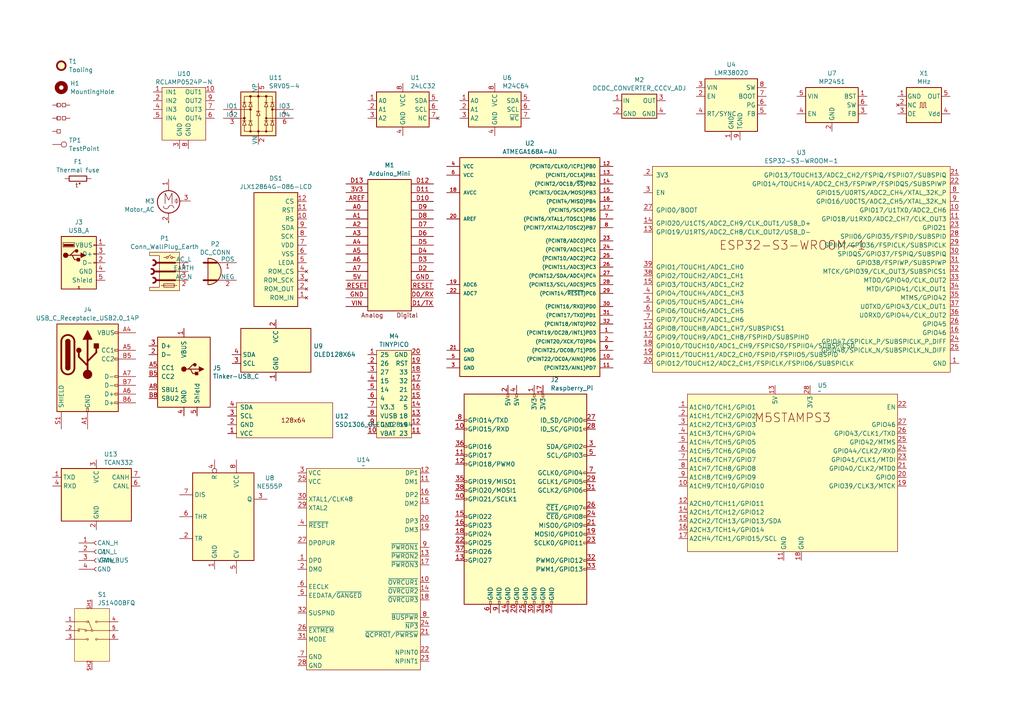
<source format=kicad_sch>
(kicad_sch (version 20231120) (generator "eeschema") (generator_version "8.0")
  (paper "A4")
  (lib_symbols
    (symbol "afork-kicad-parts:24LC32"
      (property "Reference" "U" (at -6.35 6.35 0))
      (property "Value" "24LC32" (at 1.27 6.35 0))
      (symbol "24LC32_1_1"
        (pin input line (at -10.16 2.54 0) (length 2.54) (name "A0") (number "1"))
        (pin input line (at -10.16 0 0) (length 2.54) (name "A1") (number "2"))
        (pin input line (at -10.16 -2.54 0) (length 2.54) (name "A2") (number "3"))
        (pin power_in line (at 0 -7.62 90) (length 2.54) (name "GND") (number "4"))
        (pin bidirectional line (at 10.16 2.54 180) (length 2.54) (name "SDA") (number "5"))
        (pin input line (at 10.16 0 180) (length 2.54) (name "SCL") (number "6"))
        (pin no_connect line (at 10.16 -2.54 180) (length 2.54) (name "NC") (number "7"))
        (pin power_in line (at 0 7.62 270) (length 2.54) (name "VCC") (number "8"))
      )
    )
    (symbol "afork-kicad-parts:ATMEGA168A-AU" (pin_names (offset 1.016))
      (property "Reference" "U" (at -19.05 31.75 0))
      (property "Value" "ATMEGA168A-AU" (at 10.16 -35.56 0))
      (symbol "ATMEGA168A-AU_1_1"
        (pin bidirectional line (at 25.4 -20.32 180) (length 3.81) (name "(PCINT19/OC2B/INT1)PD3") (number "1"))
        (pin bidirectional line (at 25.4 -27.94 180) (length 3.81) (name "(PCINT22/OC0A/AIN0)PD6") (number "10"))
        (pin bidirectional line (at 25.4 -30.48 180) (length 3.81) (name "(PCINT23/AIN1)PD7") (number "11"))
        (pin bidirectional line (at 25.4 27.94 180) (length 3.81) (name "(PCINT0/CLKO/ICP1)PB0") (number "12"))
        (pin bidirectional line (at 25.4 25.4 180) (length 3.81) (name "(PCINT1/OC1A)PB1") (number "13"))
        (pin bidirectional line (at 25.4 22.86 180) (length 3.81) (name "(PCINT2/OC1B/~{SS})PB2") (number "14"))
        (pin bidirectional line (at 25.4 20.32 180) (length 3.81) (name "(PCINT3/OC2A/MOSI)PB3") (number "15"))
        (pin bidirectional line (at 25.4 17.78 180) (length 3.81) (name "(PCINT4/MISO)PB4") (number "16"))
        (pin bidirectional line (at 25.4 15.24 180) (length 3.81) (name "(PCINT5/SCK)PB5") (number "17"))
        (pin power_in line (at -22.86 20.32 0) (length 3.81) (name "AVCC") (number "18"))
        (pin input line (at -22.86 -6.35 0) (length 3.81) (name "ADC6") (number "19"))
        (pin bidirectional line (at 25.4 -22.86 180) (length 3.81) (name "(PCINT20/XCK/T0)PD4") (number "2"))
        (pin bidirectional line (at -22.86 12.7 0) (length 3.81) (name "AREF") (number "20"))
        (pin power_in line (at -22.86 -25.4 0) (length 3.81) (name "GND") (number "21"))
        (pin input line (at -22.86 -8.89 0) (length 3.81) (name "ADC7") (number "22"))
        (pin bidirectional line (at 25.4 6.35 180) (length 3.81) (name "(PCINT8/ADC0)PC0") (number "23"))
        (pin bidirectional line (at 25.4 3.81 180) (length 3.81) (name "(PCINT9/ADC1)PC1") (number "24"))
        (pin bidirectional line (at 25.4 1.27 180) (length 3.81) (name "(PCINT10/ADC2)PC2") (number "25"))
        (pin bidirectional line (at 25.4 -1.27 180) (length 3.81) (name "(PCINT11/ADC3)PC3") (number "26"))
        (pin bidirectional line (at 25.4 -3.81 180) (length 3.81) (name "(PCINT12/SDA/ADC4)PC4") (number "27"))
        (pin bidirectional line (at 25.4 -6.35 180) (length 3.81) (name "(PCINT13/SCL/ADC5)PC5") (number "28"))
        (pin bidirectional line (at 25.4 -8.89 180) (length 3.81) (name "(PCINT14/~{RESET})PC6") (number "29"))
        (pin power_in line (at -22.86 -30.48 0) (length 3.81) (name "GND") (number "3"))
        (pin bidirectional line (at 25.4 -12.7 180) (length 3.81) (name "(PCINT16/RXD)PD0") (number "30"))
        (pin bidirectional line (at 25.4 -15.24 180) (length 3.81) (name "(PCINT17/TXD)PD1") (number "31"))
        (pin bidirectional line (at 25.4 -17.78 180) (length 3.81) (name "(PCINT18/INT0)PD2") (number "32"))
        (pin power_in line (at -22.86 27.94 0) (length 3.81) (name "VCC") (number "4"))
        (pin power_in line (at -22.86 -27.94 0) (length 3.81) (name "GND") (number "5"))
        (pin power_in line (at -22.86 25.4 0) (length 3.81) (name "VCC") (number "6"))
        (pin bidirectional line (at 25.4 12.7 180) (length 3.81) (name "(PCINT6/XTAL1/TOSC1)PB6") (number "7"))
        (pin bidirectional line (at 25.4 10.16 180) (length 3.81) (name "(PCINT7/XTAL2/TOSC2)PB7") (number "8"))
        (pin bidirectional line (at 25.4 -25.4 180) (length 3.81) (name "(PCINT21/OC0B/T1)PD5") (number "9"))
      )
    )
    (symbol "afork-kicad-parts:Arduino_Mini" (pin_names (offset 1.016) hide)
      (property "Reference" "M" (at 0 -20.32 0))
      (property "Value" "Arduino_Mini" (at 0 20.32 0))
      (symbol "Arduino_Mini_0_0"
        (text "Analog" (at -5.08 -20.32 0) (effects (font (size 1.27 1.27))))
        (text "Digital" (at 5.08 -20.32 0) (effects (font (size 1.27 1.27))))
      )
      (symbol "Arduino_Mini_1_1"
        (pin passive line (at -12.7 15.24 0) (length 6.35) (name "3V3") (number "3V3"))
        (pin passive line (at -12.7 -10.16 0) (length 6.35) (name "5V") (number "5V"))
        (pin passive line (at -12.7 10.16 0) (length 6.35) (name "A0") (number "A0"))
        (pin passive line (at -12.7 7.62 0) (length 6.35) (name "A1") (number "A1"))
        (pin passive line (at -12.7 5.08 0) (length 6.35) (name "A2") (number "A2"))
        (pin passive line (at -12.7 2.54 0) (length 6.35) (name "A3") (number "A3"))
        (pin passive line (at -12.7 0 0) (length 6.35) (name "A4") (number "A4"))
        (pin passive line (at -12.7 -2.54 0) (length 6.35) (name "A5") (number "A5"))
        (pin passive line (at -12.7 -5.08 0) (length 6.35) (name "A6") (number "A6"))
        (pin passive line (at -12.7 -7.62 0) (length 6.35) (name "A7") (number "A7"))
        (pin passive line (at -12.7 12.7 0) (length 6.35) (name "AREF") (number "AREF"))
        (pin passive line (at 12.7 -15.24 180) (length 6.35) (name "D0/RX") (number "D0/RX"))
        (pin passive line (at 12.7 -17.78 180) (length 6.35) (name "D1/TX") (number "D1/TX"))
        (pin passive line (at 12.7 12.7 180) (length 6.35) (name "D10") (number "D10"))
        (pin passive line (at 12.7 15.24 180) (length 6.35) (name "D11") (number "D11"))
        (pin passive line (at 12.7 17.78 180) (length 6.35) (name "D12") (number "D12"))
        (pin passive line (at -12.7 17.78 0) (length 6.35) (name "D13") (number "D13"))
        (pin passive line (at 12.7 -7.62 180) (length 6.35) (name "D2") (number "D2"))
        (pin passive line (at 12.7 -5.08 180) (length 6.35) (name "D3") (number "D3"))
        (pin passive line (at 12.7 -2.54 180) (length 6.35) (name "D4") (number "D4"))
        (pin passive line (at 12.7 0 180) (length 6.35) (name "D5") (number "D5"))
        (pin passive line (at 12.7 2.54 180) (length 6.35) (name "D6") (number "D6"))
        (pin passive line (at 12.7 5.08 180) (length 6.35) (name "D7") (number "D7"))
        (pin passive line (at 12.7 7.62 180) (length 6.35) (name "D8") (number "D8"))
        (pin passive line (at 12.7 10.16 180) (length 6.35) (name "D9") (number "D9"))
        (pin passive line (at -12.7 -15.24 0) (length 6.35) (name "GND") (number "GND"))
        (pin power_out line (at 12.7 -10.16 180) (length 6.35) (name "GND") (number "GND"))
        (pin passive line (at -12.7 -12.7 0) (length 6.35) (name "RESET") (number "RESET"))
        (pin passive line (at 12.7 -12.7 180) (length 6.35) (name "RESET") (number "RESET"))
        (pin passive line (at -12.7 -17.78 0) (length 6.35) (name "VIN") (number "VIN"))
      )
    )
    (symbol "afork-kicad-parts:CAN_BUS" (pin_names (offset 1.5))
      (property "Reference" "J" (at 0 5.08 0))
      (property "Value" "CAN_BUS" (at 0 -7.62 0))
      (symbol "CAN_BUS_1_1"
        (pin passive line (at -5.08 2.54 0) (length 3.81) (name "CAN_H") (number "1"))
        (pin passive line (at -5.08 0 0) (length 3.81) (name "CAN_L") (number "2"))
        (pin passive line (at -5.08 -2.54 0) (length 3.81) (name "VRAW") (number "3"))
        (pin passive line (at -5.08 -5.08 0) (length 3.81) (name "GND") (number "4"))
      )
    )
    (symbol "afork-kicad-parts:Conn_WallPlug_Earth" (pin_names (offset 0))
      (property "Reference" "P" (at 3.81 -7.366 0))
      (property "Value" "Conn_WallPlug_Earth" (at 5.842 5.842 0))
      (symbol "Conn_WallPlug_Earth_1_1"
        (pin power_out line (at 5.08 2.54 180) (length 2.54) (name "AC_L") (number "1"))
        (pin power_out line (at 5.08 -2.54 180) (length 2.54) (name "AC_N") (number "2"))
        (pin passive line (at 5.08 0 180) (length 2.54) (name "EARTH") (number "3"))
      )
    )
    (symbol "afork-kicad-parts:DCDC_CONVERTER_CCCV_ADJ" (pin_names (offset 0.254))
      (property "Reference" "M" (at -3.81 3.175 0))
      (property "Value" "DCDC_CONVERTER_CCCV_ADJ" (at 0 3.175 0))
      (symbol "DCDC_CONVERTER_CCCV_ADJ_1_1"
        (pin power_in line (at -7.62 0 0) (length 2.54) (name "IN") (number "1"))
        (pin power_in line (at -7.62 -3.81 0) (length 2.54) (name "GND") (number "2"))
        (pin power_out line (at 7.62 0 180) (length 2.54) (name "OUT") (number "3"))
        (pin power_in line (at 7.62 -3.81 180) (length 2.54) (name "GND") (number "4"))
      )
    )
    (symbol "afork-kicad-parts:DC_CONN" (pin_names (offset 0))
      (property "Reference" "P" (at -1.27 4.445 0))
      (property "Value" "DC_CONN" (at -5.715 0 90))
      (symbol "DC_CONN_1_1"
        (pin power_out line (at 5.08 2.54 180) (length 5.08) (name "POS") (number "1"))
        (pin power_out line (at 5.08 -2.54 180) (length 5.08) (name "NEG") (number "2"))
      )
    )
    (symbol "afork-kicad-parts:ESP32-S3-WROOM-1" (pin_names (offset 1.016))
      (property "Reference" "U" (at 43.18 -22.86 0))
      (property "Value" "ESP32-S3-WROOM-1" (at -11.43 39.37 0))
      (symbol "ESP32-S3-WROOM-1_0_0"
        (text "ESP32-S3-WROOM-1" (at -2.54 15.24 0) (effects (font (size 2.54 2.54))))
        (pin power_in line (at 45.72 -19.05 180) (length 2.54) (name "GND") (number "1"))
        (pin bidirectional line (at 45.72 25.4 180) (length 2.54) (name "GPIO17/U1TXD/ADC2_CH6") (number "10"))
        (pin bidirectional line (at 45.72 22.86 180) (length 2.54) (name "GPIO18/U1RXD/ADC2_CH7/CLK_OUT3") (number "11"))
        (pin bidirectional line (at -45.72 -8.89 0) (length 2.54) (name "GPIO8/TOUCH8/ADC1_CH7/SUBSPICS1") (number "12"))
        (pin bidirectional line (at -45.72 19.05 0) (length 2.54) (name "GPIO19/U1RTS/ADC2_CH8/CLK_OUT2/USB_D-") (number "13"))
        (pin bidirectional line (at -45.72 21.59 0) (length 2.54) (name "GPIO20/U1CTS/ADC2_CH9/CLK_OUT1/USB_D+") (number "14"))
        (pin bidirectional line (at -45.72 3.81 0) (length 2.54) (name "GPIO3/TOUCH3/ADC1_CH2") (number "15"))
        (pin bidirectional line (at 45.72 -10.16 180) (length 2.54) (name "GPIO46") (number "16"))
        (pin bidirectional line (at -45.72 -11.43 0) (length 2.54) (name "GPIO9/TOUCH9/ADC1_CH8/FSPIHD/SUBSPIHD") (number "17"))
        (pin bidirectional line (at -45.72 -13.97 0) (length 2.54) (name "GPIO10/TOUCH10/ADC1_CH9/FSPICS0/FSPIIO4/SUBSPICS0") (number "18"))
        (pin bidirectional line (at -45.72 -16.51 0) (length 2.54) (name "GPIO11/TOUCH11/ADC2_CH0/FSPID/FSPIIO5/SUBSPID") (number "19"))
        (pin power_in line (at -45.72 35.56 0) (length 2.54) (name "3V3") (number "2"))
        (pin bidirectional line (at -45.72 -19.05 0) (length 2.54) (name "GPIO12/TOUCH12/ADC2_CH1/FSPICLK/FSPIIO6/SUBSPICLK") (number "20"))
        (pin bidirectional line (at 45.72 35.56 180) (length 2.54) (name "GPIO13/TOUCH13/ADC2_CH2/FSPIQ/FSPIIO7/SUBSPIQ") (number "21"))
        (pin bidirectional line (at 45.72 33.02 180) (length 2.54) (name "GPIO14/TOUCH14/ADC2_CH3/FSPIWP/FSPIDQS/SUBSPIWP") (number "22"))
        (pin bidirectional line (at 45.72 20.32 180) (length 2.54) (name "GPIO21") (number "23"))
        (pin bidirectional line (at 45.72 -12.7 180) (length 2.54) (name "GPIO47/SPICLK_P/SUBSPICLK_P_DIFF") (number "24"))
        (pin bidirectional line (at 45.72 -15.24 180) (length 2.54) (name "GPIO48/SPICLK_N/SUBSPICLK_N_DIFF") (number "25"))
        (pin bidirectional line (at 45.72 -7.62 180) (length 2.54) (name "GPIO45") (number "26"))
        (pin bidirectional line (at -45.72 25.4 0) (length 2.54) (name "GPIO0/BOOT") (number "27"))
        (pin bidirectional line (at 45.72 17.78 180) (length 2.54) (name "SPIIO6/GPIO35/FSPID/SUBSPID") (number "28"))
        (pin bidirectional line (at 45.72 15.24 180) (length 2.54) (name "SPIIO7/GPIO36/FSPICLK/SUBSPICLK") (number "29"))
        (pin input line (at -45.72 30.48 0) (length 2.54) (name "EN") (number "3"))
        (pin bidirectional line (at 45.72 12.7 180) (length 2.54) (name "SPIDQS/GPIO37/FSPIQ/SUBSPIQ") (number "30"))
        (pin bidirectional line (at 45.72 10.16 180) (length 2.54) (name "GPIO38/FSPIWP/SUBSPIWP") (number "31"))
        (pin bidirectional line (at 45.72 7.62 180) (length 2.54) (name "MTCK/GPIO39/CLK_OUT3/SUBSPICS1") (number "32"))
        (pin bidirectional line (at 45.72 5.08 180) (length 2.54) (name "MTDO/GPIO40/CLK_OUT2") (number "33"))
        (pin bidirectional line (at 45.72 2.54 180) (length 2.54) (name "MTDI/GPIO41/CLK_OUT1") (number "34"))
        (pin bidirectional line (at 45.72 0 180) (length 2.54) (name "MTMS/GPIO42") (number "35"))
        (pin bidirectional line (at 45.72 -5.08 180) (length 2.54) (name "U0RXD/GPIO44/CLK_OUT2") (number "36"))
        (pin bidirectional line (at 45.72 -2.54 180) (length 2.54) (name "U0TXD/GPIO43/CLK_OUT1") (number "37"))
        (pin bidirectional line (at -45.72 6.35 0) (length 2.54) (name "GPIO2/TOUCH2/ADC1_CH1") (number "38"))
        (pin bidirectional line (at -45.72 8.89 0) (length 2.54) (name "GPIO1/TOUCH1/ADC1_CH0") (number "39"))
        (pin bidirectional line (at -45.72 1.27 0) (length 2.54) (name "GPIO4/TOUCH4/ADC1_CH3") (number "4"))
        (pin passive line (at 45.72 -19.05 180) (length 2.54) hide (name "GND") (number "40"))
        (pin passive line (at 45.72 -19.05 180) (length 2.54) hide (name "GND") (number "41"))
        (pin bidirectional line (at -45.72 -1.27 0) (length 2.54) (name "GPIO5/TOUCH5/ADC1_CH4") (number "5"))
        (pin bidirectional line (at -45.72 -3.81 0) (length 2.54) (name "GPIO6/TOUCH6/ADC1_CH5") (number "6"))
        (pin bidirectional line (at -45.72 -6.35 0) (length 2.54) (name "GPIO7/TOUCH7/ADC1_CH6") (number "7"))
        (pin bidirectional line (at 45.72 30.48 180) (length 2.54) (name "GPIO15/U0RTS/ADC2_CH4/XTAL_32K_P") (number "8"))
        (pin bidirectional line (at 45.72 27.94 180) (length 2.54) (name "GPIO16/U0CTS/ADC2_CH5/XTAL_32K_N") (number "9"))
      )
    )
    (symbol "afork-kicad-parts:JLX12864G-086-LCD" (pin_names (offset 1.016))
      (property "Reference" "DS" (at 5.08 -17.78 0))
      (property "Value" "JLX12864G-086-LCD" (at -0.635 18.415 0))
      (symbol "JLX12864G-086-LCD_1_1"
        (pin no_connect line (at 8.89 -13.97 180) (length 2.54) (name "ROM_IN") (number "1"))
        (pin input line (at 8.89 8.89 180) (length 2.54) (name "RS") (number "10"))
        (pin input line (at 8.89 11.43 180) (length 2.54) (name "RST") (number "11"))
        (pin input line (at 8.89 13.97 180) (length 2.54) (name "CS") (number "12"))
        (pin no_connect line (at 8.89 -11.43 180) (length 2.54) (name "ROM_OUT") (number "2"))
        (pin no_connect line (at 8.89 -8.89 180) (length 2.54) (name "ROM_SCK") (number "3"))
        (pin no_connect line (at 8.89 -6.35 180) (length 2.54) (name "ROM_CS") (number "4"))
        (pin input line (at 8.89 -3.81 180) (length 2.54) (name "LEDA") (number "5"))
        (pin power_in line (at 8.89 -1.27 180) (length 2.54) (name "VSS") (number "6"))
        (pin power_in line (at 8.89 1.27 180) (length 2.54) (name "VDD") (number "7"))
        (pin input line (at 8.89 3.81 180) (length 2.54) (name "SCK") (number "8"))
        (pin input line (at 8.89 6.35 180) (length 2.54) (name "SDA") (number "9"))
      )
    )
    (symbol "afork-kicad-parts:JS1400BFQ" (pin_names (offset 1.016))
      (property "Reference" "S" (at -5.0917 7.8885 0))
      (property "Value" "JS1400BFQ" (at -27.178 -1.27 0))
      (symbol "JS1400BFQ_0_0"
        (pin passive line (at -7.62 5.08 0) (length 2.54) (name "~") (number "1"))
        (pin passive line (at -7.62 2.54 0) (length 2.54) (name "~") (number "2"))
        (pin passive line (at -7.62 0 0) (length 2.54) (name "~") (number "3"))
        (pin passive line (at 7.62 5.08 180) (length 2.54) (name "~") (number "4"))
        (pin passive line (at 7.62 2.54 180) (length 2.54) (name "~") (number "5"))
        (pin passive line (at 7.62 0 180) (length 2.54) (name "~") (number "6"))
        (pin passive line (at 0 11.43 270) (length 2.54) (name "~") (number "SH1"))
      )
      (symbol "JS1400BFQ_1_0"
        (pin passive line (at 0 -8.89 90) (length 2.54) (name "~") (number "SH2"))
      )
    )
    (symbol "afork-kicad-parts:LMR38020"
      (property "Reference" "U" (at 7.62 -8.89 0))
      (property "Value" "LMR38020" (at 0 8.89 0))
      (symbol "LMR38020_1_1"
        (pin power_in line (at 0 -10.16 90) (length 2.54) (name "GND") (number "1"))
        (pin input line (at -10.16 2.54 0) (length 2.54) (name "EN") (number "2"))
        (pin power_in line (at -10.16 5.08 0) (length 2.54) (name "VIN") (number "3"))
        (pin input line (at -10.16 -2.54 0) (length 2.54) (name "RT/SYNC") (number "4"))
        (pin input line (at 10.16 -2.54 180) (length 2.54) (name "FB") (number "5"))
        (pin open_collector line (at 10.16 0 180) (length 2.54) (name "PG") (number "6"))
        (pin input line (at 10.16 2.54 180) (length 2.54) (name "BOOT") (number "7"))
        (pin power_out line (at 10.16 5.08 180) (length 2.54) (name "SW") (number "8"))
        (pin power_in line (at 2.54 -10.16 90) (length 2.54) (name "TGND") (number "9"))
      )
    )
    (symbol "afork-kicad-parts:M24C64"
      (property "Reference" "U" (at -6.35 6.35 0))
      (property "Value" "M24C64" (at 1.27 6.35 0))
      (symbol "M24C64_1_1"
        (pin input line (at -10.16 2.54 0) (length 2.54) (name "A0") (number "1"))
        (pin input line (at -10.16 0 0) (length 2.54) (name "A1") (number "2"))
        (pin input line (at -10.16 -2.54 0) (length 2.54) (name "A2") (number "3"))
        (pin power_in line (at 0 -7.62 90) (length 2.54) (name "GND") (number "4"))
        (pin bidirectional line (at 10.16 2.54 180) (length 2.54) (name "SDA") (number "5"))
        (pin input line (at 10.16 0 180) (length 2.54) (name "SCL") (number "6"))
        (pin passive line (at 10.16 -2.54 180) (length 2.54) (name "~{WC}") (number "7"))
        (pin power_in line (at 0 7.62 270) (length 2.54) (name "VCC") (number "8"))
      )
    )
    (symbol "afork-kicad-parts:M5STAMPS3"
      (property "Reference" "U" (at -48.26 -2.54 0))
      (symbol "M5STAMPS3_1_0"
        (text "M5STAMPS3\n" (at 0 29.972 0) (effects (font (size 2.54 2.54))))
      )
      (symbol "M5STAMPS3_1_1"
        (pin bidirectional line (at -33.02 33.02 0) (length 2.54) (name "A1CH0/TCH1/GPIO1") (number "1"))
        (pin bidirectional line (at -33.02 10.16 0) (length 2.54) (name "A1CH9/TCH10/GPIO10") (number "10"))
        (pin power_in line (at -2.54 -11.43 90) (length 2.54) (name "GND") (number "11"))
        (pin bidirectional line (at -33.02 5.08 0) (length 2.54) (name "A2CH0/TCH11/GPIO11") (number "12"))
        (pin power_in line (at -5.08 39.37 270) (length 2.54) (name "5V") (number "13"))
        (pin bidirectional line (at -33.02 2.54 0) (length 2.54) (name "A2CH1/TCH12/GPIO12") (number "14"))
        (pin bidirectional line (at -33.02 0 0) (length 2.54) (name "A2CH2/TCH13/GPIO13/SDA") (number "15"))
        (pin bidirectional line (at -33.02 -2.54 0) (length 2.54) (name "A2CH3/TCH14/GPIO14") (number "16"))
        (pin bidirectional line (at -33.02 -5.08 0) (length 2.54) (name "A2CH4/TCH1/GPIO15/SCL") (number "17"))
        (pin power_in line (at 2.54 -11.43 90) (length 2.54) (name "GND") (number "18"))
        (pin bidirectional line (at 33.02 10.16 180) (length 2.54) (name "GPIO39/CLK3/MTCK") (number "19"))
        (pin bidirectional line (at -33.02 30.48 0) (length 2.54) (name "A1CH1/TCH2/GPIO2") (number "2"))
        (pin bidirectional line (at 33.02 12.7 180) (length 2.54) (name "GPIO0") (number "20"))
        (pin bidirectional line (at 33.02 15.24 180) (length 2.54) (name "GPIO40/CLK2/MTD0") (number "21"))
        (pin input line (at 33.02 33.02 180) (length 2.54) (name "EN") (number "22"))
        (pin bidirectional line (at 33.02 17.78 180) (length 2.54) (name "GPIO41/CLK1/MTDI") (number "23"))
        (pin bidirectional line (at 33.02 20.32 180) (length 2.54) (name "GPIO44/CLK2/RXD") (number "24"))
        (pin bidirectional line (at 33.02 22.86 180) (length 2.54) (name "GPIO42/MTMS") (number "25"))
        (pin bidirectional line (at 33.02 25.4 180) (length 2.54) (name "GPIO43/CLK1/TXD") (number "26"))
        (pin bidirectional line (at 33.02 27.94 180) (length 2.54) (name "GPIO46") (number "27"))
        (pin power_in line (at 5.08 39.37 270) (length 2.54) (name "3V3") (number "28"))
        (pin bidirectional line (at -33.02 27.94 0) (length 2.54) (name "A1CH2/TCH3/GPIO3") (number "3"))
        (pin bidirectional line (at -33.02 25.4 0) (length 2.54) (name "A1CH3/TCH4/GPIO4") (number "4"))
        (pin bidirectional line (at -33.02 22.86 0) (length 2.54) (name "A1CH4/TCH5/GPIO5") (number "5"))
        (pin bidirectional line (at -33.02 20.32 0) (length 2.54) (name "A1CH5/TCH6/GPIO6") (number "6"))
        (pin bidirectional line (at -33.02 17.78 0) (length 2.54) (name "A1CH6/TCH7/GPIO7") (number "7"))
        (pin bidirectional line (at -33.02 15.24 0) (length 2.54) (name "A1CH7/TCH8/GPIO8") (number "8"))
        (pin bidirectional line (at -33.02 12.7 0) (length 2.54) (name "A1CH8/TCH9/GPIO9") (number "9"))
      )
    )
    (symbol "afork-kicad-parts:MP2451"
      (property "Reference" "U" (at 7.62 -6.35 0))
      (property "Value" "MP2451" (at -2.54 6.35 0))
      (symbol "MP2451_1_1"
        (pin input line (at 10.16 2.54 180) (length 2.54) (name "BST") (number "1"))
        (pin power_in line (at 0 -7.62 90) (length 2.54) (name "GND") (number "2"))
        (pin input line (at 10.16 -2.54 180) (length 2.54) (name "FB") (number "3"))
        (pin input line (at -10.16 -2.54 0) (length 2.54) (name "EN") (number "4"))
        (pin power_in line (at -10.16 2.54 0) (length 2.54) (name "VIN") (number "5"))
        (pin power_out line (at 10.16 0 180) (length 2.54) (name "SW") (number "6"))
      )
    )
    (symbol "afork-kicad-parts:Motor_AC" (pin_names (offset 0))
      (property "Reference" "M" (at 2.54 2.54 0))
      (property "Value" "Motor_AC" (at 2.54 -5.08 0))
      (symbol "Motor_AC_1_1"
        (pin passive line (at 0 5.08 270) (length 2.54) (name "~") (number "1"))
        (pin passive line (at 0 -7.62 90) (length 2.54) (name "~") (number "2"))
        (pin passive line (at 6.35 -1.27 180) (length 2.54) (name "~") (number "3"))
      )
    )
    (symbol "afork-kicad-parts:MountingHole" (pin_names (offset 1.016)) (in_bom no)
      (property "Reference" "H" (at 0 5.08 0))
      (property "Value" "MountingHole" (at 0 3.175 0))
    )
    (symbol "afork-kicad-parts:NE555P"
      (property "Reference" "U" (at 8.89 8.89 0))
      (property "Value" "NE555P" (at 5.08 -19.05 0))
      (symbol "NE555P_0_0"
        (pin power_in line (at -2.54 -20.32 90) (length 2.54) (name "GND") (number "1"))
        (pin power_in line (at 3.81 11.43 270) (length 3.81) (name "VCC") (number "8"))
      )
      (symbol "NE555P_1_1"
        (pin input line (at -12.7 -11.43 0) (length 3.81) (name "TR") (number "2"))
        (pin output line (at 12.7 0 180) (length 3.81) (name "Q") (number "3"))
        (pin input inverted (at -2.54 11.43 270) (length 3.81) (name "R") (number "4"))
        (pin input line (at 3.81 -21.59 90) (length 3.81) (name "CV") (number "5"))
        (pin input line (at -12.7 -5.08 0) (length 3.81) (name "THR") (number "6"))
        (pin input line (at -12.7 1.27 0) (length 3.81) (name "DIS") (number "7"))
      )
    )
    (symbol "afork-kicad-parts:OLED128X64"
      (property "Reference" "U" (at -8.89 6.35 0))
      (property "Value" "OLED128X64" (at 6.35 6.35 0))
      (symbol "OLED128X64_1_1"
        (pin power_in line (at 0 -10.16 90) (length 2.54) (name "GND") (number "1"))
        (pin power_in line (at 0 7.62 270) (length 2.54) (name "VCC") (number "2"))
        (pin input line (at -12.7 -5.08 0) (length 2.54) (name "SCL") (number "3"))
        (pin bidirectional line (at -12.7 -2.54 0) (length 2.54) (name "SDA") (number "4"))
      )
    )
    (symbol "afork-kicad-parts:Oscillator" (pin_names (offset 0.254))
      (property "Reference" "X" (at 5.334 -6.35 0))
      (property "Value" "MHz" (at -3.302 6.35 0))
      (symbol "Oscillator_1_1"
        (pin power_in line (at -7.62 2.54 0) (length 2.54) (name "GND") (number "1"))
        (pin no_connect line (at -7.62 0 0) (length 2.54) (name "NC") (number "2"))
        (pin input line (at -7.62 -2.54 0) (length 2.54) (name "OE") (number "3"))
        (pin power_in line (at 7.62 -2.54 180) (length 2.54) (name "Vdd") (number "4"))
        (pin output line (at 7.62 2.54 180) (length 2.54) (name "OUT") (number "5"))
      )
    )
    (symbol "afork-kicad-parts:PCB_Patch" (pin_numbers hide) (pin_names (offset 0.762) hide) (in_bom no)
      (symbol "PCB_Patch_1_1"
        (pin passive line (at -2.54 0 0) (length 1.27) (name "1") (number "1"))
        (pin passive line (at 2.54 0 180) (length 1.27) (name "2") (number "2"))
      )
    )
    (symbol "afork-kicad-parts:PCB_Patch-open" (pin_numbers hide) (pin_names (offset 0.762) hide) (in_bom no)
      (symbol "PCB_Patch-open_1_1"
        (pin passive line (at -2.54 0 0) (length 1.27) (name "1") (number "1"))
        (pin passive line (at 2.54 0 180) (length 1.27) (name "2") (number "2"))
      )
    )
    (symbol "afork-kicad-parts:PCB_Pin_Breakout" (pin_numbers hide) (pin_names (offset 0.762) hide) (in_bom no)
      (symbol "PCB_Pin_Breakout_1_1"
        (pin tri_state line (at -2.54 0 0) (length 1.27) (name "1") (number "1"))
      )
    )
    (symbol "afork-kicad-parts:RCLAMP0524P-N" (pin_names (offset 1.016))
      (property "Reference" "U" (at 6.35 -10.16 0))
      (property "Value" "RCLAMP0524P-N" (at 0 7.62 0))
      (symbol "RCLAMP0524P-N_1_1"
        (pin input line (at -8.89 5.08 0) (length 2.54) (name "IN1") (number "1"))
        (pin output line (at 8.89 5.08 180) (length 2.54) (name "OUT1") (number "10"))
        (pin input line (at -8.89 2.54 0) (length 2.54) (name "IN2") (number "2"))
        (pin power_in line (at -1.27 -11.43 90) (length 2.54) (name "GND") (number "3"))
        (pin input line (at -8.89 0 0) (length 2.54) (name "IN3") (number "4"))
        (pin input line (at -8.89 -2.54 0) (length 2.54) (name "IN4") (number "5"))
        (pin output line (at 8.89 -2.54 180) (length 2.54) (name "OUT4") (number "6"))
        (pin output line (at 8.89 0 180) (length 2.54) (name "OUT3") (number "7"))
        (pin power_in line (at 1.27 -11.43 90) (length 2.54) (name "GND") (number "8"))
        (pin output line (at 8.89 2.54 180) (length 2.54) (name "OUT2") (number "9"))
      )
    )
    (symbol "afork-kicad-parts:Raspberry_Pi" (pin_names (offset 1.016))
      (property "Reference" "J" (at -17.78 31.75 0))
      (property "Value" "Raspberry_Pi" (at 10.16 -31.75 0))
      (symbol "Raspberry_Pi_1_1"
        (pin power_out line (at 2.54 33.02 270) (length 2.54) (name "3V3") (number "1"))
        (pin bidirectional line (at -20.32 20.32 0) (length 2.54) (name "GPIO15/RXD") (number "10"))
        (pin bidirectional line (at -20.32 12.7 0) (length 2.54) (name "GPIO17") (number "11"))
        (pin bidirectional line (at -20.32 10.16 0) (length 2.54) (name "GPIO18/PWM0") (number "12"))
        (pin bidirectional line (at -20.32 -17.78 0) (length 2.54) (name "GPIO27") (number "13"))
        (pin power_in line (at -5.08 -33.02 90) (length 2.54) (name "GND") (number "14"))
        (pin bidirectional line (at -20.32 -5.08 0) (length 2.54) (name "GPIO22") (number "15"))
        (pin bidirectional line (at -20.32 -7.62 0) (length 2.54) (name "GPIO23") (number "16"))
        (pin power_out line (at 5.08 33.02 270) (length 2.54) (name "3V3") (number "17"))
        (pin bidirectional line (at -20.32 -10.16 0) (length 2.54) (name "GPIO24") (number "18"))
        (pin bidirectional line (at 20.32 -10.16 180) (length 2.54) (name "MOSI0/GPIO10") (number "19"))
        (pin power_in line (at -5.08 33.02 270) (length 2.54) (name "5V") (number "2"))
        (pin power_in line (at -2.54 -33.02 90) (length 2.54) (name "GND") (number "20"))
        (pin bidirectional line (at 20.32 -7.62 180) (length 2.54) (name "MISO0/GPIO9") (number "21"))
        (pin bidirectional line (at -20.32 -12.7 0) (length 2.54) (name "GPIO25") (number "22"))
        (pin bidirectional line (at 20.32 -12.7 180) (length 2.54) (name "SCLK0/GPIO11") (number "23"))
        (pin bidirectional line (at 20.32 -5.08 180) (length 2.54) (name "~{CE0}/GPIO8") (number "24"))
        (pin power_in line (at 0 -33.02 90) (length 2.54) (name "GND") (number "25"))
        (pin bidirectional line (at 20.32 -2.54 180) (length 2.54) (name "~{CE1}/GPIO7") (number "26"))
        (pin bidirectional line (at 20.32 22.86 180) (length 2.54) (name "ID_SD/GPIO0") (number "27"))
        (pin bidirectional line (at 20.32 20.32 180) (length 2.54) (name "ID_SC/GPIO1") (number "28"))
        (pin bidirectional line (at 20.32 5.08 180) (length 2.54) (name "GCLK1/GPIO5") (number "29"))
        (pin bidirectional line (at 20.32 15.24 180) (length 2.54) (name "SDA/GPIO2") (number "3"))
        (pin power_in line (at 2.54 -33.02 90) (length 2.54) (name "GND") (number "30"))
        (pin bidirectional line (at 20.32 2.54 180) (length 2.54) (name "GCLK2/GPIO6") (number "31"))
        (pin bidirectional line (at 20.32 -17.78 180) (length 2.54) (name "PWM0/GPIO12") (number "32"))
        (pin bidirectional line (at 20.32 -20.32 180) (length 2.54) (name "PWM1/GPIO13") (number "33"))
        (pin power_in line (at 5.08 -33.02 90) (length 2.54) (name "GND") (number "34"))
        (pin bidirectional line (at -20.32 5.08 0) (length 2.54) (name "GPIO19/MISO1") (number "35"))
        (pin bidirectional line (at -20.32 15.24 0) (length 2.54) (name "GPIO16") (number "36"))
        (pin bidirectional line (at -20.32 -15.24 0) (length 2.54) (name "GPIO26") (number "37"))
        (pin bidirectional line (at -20.32 2.54 0) (length 2.54) (name "GPIO20/MOSI1") (number "38"))
        (pin power_in line (at 7.62 -33.02 90) (length 2.54) (name "GND") (number "39"))
        (pin power_in line (at -2.54 33.02 270) (length 2.54) (name "5V") (number "4"))
        (pin bidirectional line (at -20.32 0 0) (length 2.54) (name "GPIO21/SCLK1") (number "40"))
        (pin bidirectional line (at 20.32 12.7 180) (length 2.54) (name "SCL/GPIO3") (number "5"))
        (pin power_in line (at -10.16 -33.02 90) (length 2.54) (name "GND") (number "6"))
        (pin bidirectional line (at 20.32 7.62 180) (length 2.54) (name "GCLK0/GPIO4") (number "7"))
        (pin bidirectional line (at -20.32 22.86 0) (length 2.54) (name "GPIO14/TXD") (number "8"))
        (pin power_in line (at -7.62 -33.02 90) (length 2.54) (name "GND") (number "9"))
      )
    )
    (symbol "afork-kicad-parts:SRV05-4" (pin_names (offset 0))
      (property "Reference" "U" (at 5.334 -7.874 0))
      (property "Value" "SRV05-4" (at -11.43 -7.874 0))
      (symbol "SRV05-4_1_1"
        (pin passive line (at -10.16 1.27 0) (length 5.08) (name "IO1") (number "1"))
        (pin passive line (at 0 -8.89 90) (length 2.54) (name "VN") (number "2"))
        (pin passive line (at -10.16 -1.27 0) (length 5.08) (name "IO2") (number "3"))
        (pin passive line (at 10.16 1.27 180) (length 5.08) (name "IO3") (number "4"))
        (pin passive line (at 0 8.89 270) (length 2.54) (name "VP") (number "5"))
        (pin passive line (at 10.16 -1.27 180) (length 5.08) (name "IO4") (number "6"))
      )
    )
    (symbol "afork-kicad-parts:SSD1306_OLED_128x64" (pin_names (offset 1.016))
      (property "Reference" "U" (at 1.27 8.89 0))
      (property "Value" "SSD1306_OLED_128x64" (at 1.27 -6.35 0))
      (symbol "SSD1306_OLED_128x64_0_0"
        (text "128x64" (at 3.81 1.27 0) (effects (font (size 1.27 1.27))))
      )
      (symbol "SSD1306_OLED_128x64_1_1"
        (pin power_in line (at -15.24 -2.54 0) (length 2.54) (name "VCC") (number "1"))
        (pin passive line (at -15.24 0 0) (length 2.54) (name "GND") (number "2"))
        (pin input line (at -15.24 2.54 0) (length 2.54) (name "SCL") (number "3"))
        (pin input line (at -15.24 5.08 0) (length 2.54) (name "SDA") (number "4"))
      )
    )
    (symbol "afork-kicad-parts:TCAN332"
      (property "Reference" "U" (at -10.16 8.89 0))
      (property "Value" "TCAN332" (at 2.54 8.89 0))
      (symbol "TCAN332_1_1"
        (pin input line (at -12.7 5.08 0) (length 2.54) (name "TXD") (number "1"))
        (pin power_in line (at 0 -10.16 90) (length 2.54) (name "GND") (number "2"))
        (pin power_in line (at 0 10.16 270) (length 2.54) (name "VCC") (number "3"))
        (pin tri_state line (at -12.7 2.54 0) (length 2.54) (name "RXD") (number "4"))
        (pin no_connect line (at -10.16 -2.54 0) (length 2.54) hide (name "NC") (number "5"))
        (pin bidirectional line (at 12.7 2.54 180) (length 2.54) (name "CANL") (number "6"))
        (pin bidirectional line (at 12.7 5.08 180) (length 2.54) (name "CANH") (number "7"))
        (pin no_connect line (at -10.16 -5.08 0) (length 2.54) hide (name "NC") (number "8"))
      )
    )
    (symbol "afork-kicad-parts:TINYPICO" (pin_names (offset 1.016))
      (property "Reference" "M?" (at 12.954 -25.4 0))
      (property "Value" "TINYPICO" (at 7.366 2.286 0))
      (symbol "TINYPICO_1_1"
        (pin bidirectional line (at 0 0 0) (length 2.54) (name "25") (number "1"))
        (pin power_in line (at 0 -22.86 0) (length 2.54) (name "VBAT") (number "10"))
        (pin bidirectional line (at 15.24 -22.86 180) (length 2.54) (name "23") (number "11"))
        (pin bidirectional line (at 15.24 -20.32 180) (length 2.54) (name "19") (number "12"))
        (pin bidirectional line (at 15.24 -17.78 180) (length 2.54) (name "18") (number "13"))
        (pin bidirectional line (at 15.24 -15.24 180) (length 2.54) (name "5") (number "14"))
        (pin bidirectional line (at 15.24 -12.7 180) (length 2.54) (name "22") (number "15"))
        (pin bidirectional line (at 15.24 -10.16 180) (length 2.54) (name "21") (number "16"))
        (pin bidirectional line (at 15.24 -7.62 180) (length 2.54) (name "32") (number "17"))
        (pin bidirectional line (at 15.24 -5.08 180) (length 2.54) (name "33") (number "18"))
        (pin input line (at 15.24 -2.54 180) (length 2.54) (name "RST") (number "19"))
        (pin bidirectional line (at 0 -2.54 0) (length 2.54) (name "26") (number "2"))
        (pin power_in line (at 15.24 0 180) (length 2.54) (name "GND") (number "20"))
        (pin bidirectional line (at 0 -5.08 0) (length 2.54) (name "27") (number "3"))
        (pin bidirectional line (at 0 -7.62 0) (length 2.54) (name "15") (number "4"))
        (pin bidirectional line (at 0 -10.16 0) (length 2.54) (name "14") (number "5"))
        (pin bidirectional line (at 0 -12.7 0) (length 2.54) (name "4") (number "6"))
        (pin power_in line (at 0 -15.24 0) (length 2.54) (name "V3.3") (number "7"))
        (pin power_in line (at 0 -17.78 0) (length 2.54) (name "VUSB") (number "8"))
        (pin power_in line (at 0 -20.32 0) (length 2.54) (name "GND") (number "9"))
      )
    )
    (symbol "afork-kicad-parts:TUSB2036VF"
      (property "Reference" "U" (at 0 0 0))
      (symbol "TUSB2036VF_1_1"
        (pin power_in line (at -19.05 -17.78 0) (length 2.54) (name "DP0") (number "1"))
        (pin output line (at 19.05 -24.13 180) (length 2.54) (name "~{OVRCUR1}") (number "10"))
        (pin bidirectional line (at 19.05 5.08 180) (length 2.54) (name "DM1") (number "11"))
        (pin bidirectional line (at 19.05 7.62 180) (length 2.54) (name "DP1") (number "12"))
        (pin output line (at 19.05 -16.51 180) (length 2.54) (name "~{PWRON2}") (number "13"))
        (pin output line (at 19.05 -26.67 180) (length 2.54) (name "~{OVRCUR2}") (number "14"))
        (pin bidirectional line (at 19.05 -1.27 180) (length 2.54) (name "DM2") (number "15"))
        (pin bidirectional line (at 19.05 1.27 180) (length 2.54) (name "DP2") (number "16"))
        (pin output line (at 19.05 -19.05 180) (length 2.54) (name "~{PWRON3}") (number "17"))
        (pin output line (at 19.05 -29.21 180) (length 2.54) (name "~{OVRCUR3}") (number "18"))
        (pin bidirectional line (at 19.05 -8.89 180) (length 2.54) (name "DM3") (number "19"))
        (pin power_in line (at -19.05 -20.32 0) (length 2.54) (name "DM0") (number "2"))
        (pin bidirectional line (at 19.05 -6.35 180) (length 2.54) (name "DP3") (number "20"))
        (pin input line (at 19.05 -39.37 180) (length 2.54) (name "~{QCPROT}/~{PWRSW}") (number "21"))
        (pin input line (at 19.05 -44.45 180) (length 2.54) (name "NPINT0") (number "22"))
        (pin input line (at 19.05 -46.99 180) (length 2.54) (name "NPINT1") (number "23"))
        (pin input line (at 19.05 -36.83 180) (length 2.54) (name "~{NP3}") (number "24"))
        (pin power_in line (at -19.05 5.08 0) (length 2.54) (name "VCC") (number "25"))
        (pin input line (at -19.05 -38.1 0) (length 2.54) (name "~{EXTMEM}") (number "26"))
        (pin input line (at -19.05 -12.7 0) (length 2.54) (name "DP0PUR") (number "27"))
        (pin power_in line (at -19.05 -48.26 0) (length 2.54) (name "GND") (number "28"))
        (pin output line (at -19.05 -2.54 0) (length 2.54) (name "XTAL2") (number "29"))
        (pin power_in line (at -19.05 7.62 0) (length 2.54) (name "VCC") (number "3"))
        (pin input line (at -19.05 0 0) (length 2.54) (name "XTAL1/CLK48") (number "30"))
        (pin input line (at -19.05 -40.64 0) (length 2.54) (name "MODE") (number "31"))
        (pin input line (at -19.05 -33.02 0) (length 2.54) (name "SUSPND") (number "32"))
        (pin input line (at -19.05 -7.62 0) (length 2.54) (name "~{RESET}") (number "4"))
        (pin bidirectional line (at -19.05 -27.94 0) (length 2.54) (name "EEDATA/~{GANGED}") (number "5"))
        (pin output line (at -19.05 -25.4 0) (length 2.54) (name "EECLK") (number "6"))
        (pin power_in line (at -19.05 -45.72 0) (length 2.54) (name "GND") (number "7"))
        (pin input line (at 19.05 -34.29 180) (length 2.54) (name "~{BUSPWR}") (number "8"))
        (pin output line (at 19.05 -13.97 180) (length 2.54) (name "~{PWRON1}") (number "9"))
      )
    )
    (symbol "afork-kicad-parts:TestPoint" (pin_numbers hide) (pin_names (offset 0.762) hide)
      (property "Reference" "TP" (at 5.334 0 0))
      (property "Value" "TestPoint" (at 7.62 0 0))
      (symbol "TestPoint_1_1"
        (pin passive line (at 0 0 0) (length 2.54) (name "1") (number "1"))
      )
    )
    (symbol "afork-kicad-parts:Thermal fuse" (pin_numbers hide) (pin_names (offset 0))
      (property "Reference" "F" (at 0.127 1.905 0))
      (property "Value" "Thermal fuse" (at 0 -3.302 0))
      (symbol "Thermal fuse_1_1"
        (text "t°" (at 0.254 -2.032 0) (effects (font (size 1.27 1.27))))
        (pin passive line (at -3.683 -0.127 0) (length 1.27) (name "~") (number "1"))
        (pin passive line (at 3.937 -0.127 180) (length 1.27) (name "~") (number "2"))
      )
    )
    (symbol "afork-kicad-parts:Tinker-USB_C" (pin_names (offset 1.016))
      (property "Reference" "J" (at -7.62 15.24 0))
      (property "Value" "Tinker-USB_C" (at -2.54 12.7 0))
      (symbol "Tinker-USB_C_1_1"
        (pin power_in line (at 0 12.7 270) (length 2.54) (name "VBUS") (number "1"))
        (pin bidirectional line (at -10.16 5.08 0) (length 2.54) (name "D-") (number "2"))
        (pin bidirectional line (at -10.16 7.62 0) (length 2.54) (name "D+") (number "3"))
        (pin power_in line (at 0 -12.7 90) (length 2.54) (name "GND") (number "4"))
        (pin passive line (at 3.81 -12.7 90) (length 2.54) (name "Shield") (number "5"))
        (pin bidirectional line (at -10.16 1.27 0) (length 2.54) (name "CC1") (number "A5"))
        (pin bidirectional line (at -10.16 -5.08 0) (length 2.54) (name "SBU1") (number "A8"))
        (pin bidirectional line (at -10.16 -1.27 0) (length 2.54) (name "CC2") (number "B5"))
        (pin bidirectional line (at -10.16 -7.62 0) (length 2.54) (name "SBU2") (number "B8"))
      )
    )
    (symbol "afork-kicad-parts:Tooling" (in_bom no)
      (property "Reference" "T" (at 0 2.54 0))
      (property "Value" "Tooling" (at 5.08 0 0))
    )
    (symbol "afork-kicad-parts:USB_A" (pin_names (offset 1.016))
      (property "Reference" "J" (at 5.08 -8.89 0))
      (property "Value" "USB_A" (at 0 8.89 0))
      (symbol "USB_A_1_1"
        (pin power_in line (at 7.62 5.08 180) (length 2.54) (name "VBUS") (number "1"))
        (pin bidirectional line (at 7.62 0 180) (length 2.54) (name "D-") (number "2"))
        (pin bidirectional line (at 7.62 2.54 180) (length 2.54) (name "D+") (number "3"))
        (pin power_in line (at 7.62 -2.54 180) (length 2.54) (name "GND") (number "4"))
        (pin passive line (at 7.62 -5.08 180) (length 2.54) (name "Shield") (number "5"))
      )
    )
    (symbol "afork-kicad-parts:USB_C_Receptacle_USB2.0_14P" (pin_names (offset 1.016))
      (property "Reference" "J" (at 0 22.225 0))
      (property "Value" "USB_C_Receptacle_USB2.0_14P" (at 0 19.685 0))
      (symbol "USB_C_Receptacle_USB2.0_14P_1_1"
        (pin passive line (at 0 -12.7 90) (length 5.08) (name "GND") (number "A1"))
        (pin passive line (at 0 -12.7 90) (length 5.08) hide (name "GND") (number "A12"))
        (pin passive line (at 13.97 15.24 180) (length 5.08) (name "VBUS") (number "A4"))
        (pin bidirectional line (at 13.97 10.16 180) (length 5.08) (name "CC1") (number "A5"))
        (pin bidirectional line (at 13.97 -2.54 180) (length 5.08) (name "D+") (number "A6"))
        (pin bidirectional line (at 13.97 2.54 180) (length 5.08) (name "D-") (number "A7"))
        (pin passive line (at 13.97 15.24 180) (length 5.08) hide (name "VBUS") (number "A9"))
        (pin passive line (at 0 -12.7 90) (length 5.08) hide (name "GND") (number "B1"))
        (pin passive line (at 0 -12.7 90) (length 5.08) hide (name "GND") (number "B12"))
        (pin passive line (at 13.97 15.24 180) (length 5.08) hide (name "VBUS") (number "B4"))
        (pin bidirectional line (at 13.97 7.62 180) (length 5.08) (name "CC2") (number "B5"))
        (pin bidirectional line (at 13.97 -5.08 180) (length 5.08) (name "D+") (number "B6"))
        (pin bidirectional line (at 13.97 0 180) (length 5.08) (name "D-") (number "B7"))
        (pin passive line (at 13.97 15.24 180) (length 5.08) hide (name "VBUS") (number "B9"))
        (pin passive line (at -7.62 -12.7 90) (length 5.08) (name "SHIELD") (number "S1"))
      )
    )
  )
  (symbol (lib_id "afork-kicad-parts:ATMEGA168A-AU") (at 152.4 76.2 0) (unit 1)
    (property "Reference" "U2" (at 153.67 41.5755 0))
    (property "Value" "ATMEGA168A-AU" (at 153.67 43.9998 0))
    (property "Footprint" "Package_QFP:TQFP-32_7x7mm_P0.8mm" (effects (hide yes)))
  )
  (symbol (lib_id "afork-kicad-parts:24LC32") (at 116.84 31.75 0) (unit 1)
    (property "Reference" "U1" (at 119.0341 22.5255 0) (effects (justify left)))
    (property "Value" "24LC32" (at 119.0341 24.9498 0) (effects (justify left)))
    (property "Datasheet" "http://ww1.microchip.com/downloads/en/DeviceDoc/21072G.pdf" (effects (hide yes)))
    (property "Description" "I2C Serial EEPROM, 32Kb, DIP-8/SOIC-8/TSSOP-8/DFN-8" (effects (hide yes)))
  )
  (symbol (lib_id "afork-kicad-parts:M5STAMPS3") (at 229.87 151.13 0) (unit 1)
    (property "Reference" "U5" (at 237.1441 111.7685 0) (effects (justify left)))
    (property "Value" "~" (at 237.1441 113.4499 0) (effects (justify left)))
    (property "Description" "Module M5Stack Stamp-S3" (effects (hide yes)))
  )
  (symbol (lib_id "afork-kicad-parts:TestPoint") (at 15.24 41.91 0) (unit 1)
    (property "Reference" "TP1" (at 19.939 40.6978 0) (effects (justify left)))
    (property "Value" "TestPoint" (at 19.939 43.1221 0) (effects (justify left)))
    (property "Description" "test point" (effects (hide yes)))
  )
  (symbol (lib_id "afork-kicad-parts:USB_A") (at 22.86 76.2 0) (unit 1)
    (property "Reference" "J3" (at 22.86 64.4355 0))
    (property "Value" "USB_A" (at 22.86 66.8598 0))
    (property "Datasheet" " ~" (effects (hide yes)))
    (property "Description" "USB Type A connector" (effects (hide yes)))
  )
  (symbol (lib_id "afork-kicad-parts:Raspberry_Pi") (at 152.4 144.78 0) (unit 1)
    (property "Reference" "J2" (at 159.6741 110.1555 0) (effects (justify left)))
    (property "Value" "Raspberry_Pi" (at 159.6741 112.5798 0) (effects (justify left)))
    (property "Datasheet" "https://www.raspberrypi.org/documentation/hardware/raspberrypi/schematics/rpi_SCH_3bplus_1p0_reduced.pdf" (effects (hide yes)))
  )
  (symbol (lib_id "afork-kicad-parts:ESP32-S3-WROOM-1") (at 232.41 86.36 0) (unit 1)
    (property "Reference" "U3" (at 232.41 44.2425 0))
    (property "Value" "ESP32-S3-WROOM-1" (at 232.41 46.6668 0))
    (property "Footprint" "RF_Module:ESP32-S3-WROOM-1" (effects (hide yes)))
    (property "Datasheet" "https://www.espressif.com/sites/default/files/documentation/esp32-s3-wroom-1_wroom-1u_datasheet_en.pdf" (effects (hide yes)))
    (property "Description" "2.4 GHz WiFi (802.11 b/g/n) and Bluetooth ® 5 (LE) module Built around ESP32S3 series of SoCs, Xtensa ® dualcore 32bit LX7 microprocessor Flash up to 16 MB, PSRAM up to 8 MB 36 GPIOs, rich set of peripherals Onboard PCB antenna" (effects (hide yes)))
  )
  (symbol (lib_id "afork-kicad-parts:PCB_Pin_Breakout") (at 17.78 38.1 0) (unit 1) (in_bom no)
    (property "Reference" "JP3" (effects (hide yes)))
    (property "Value" "PCB_Pin_Breakout" (effects (hide yes)))
    (property "Footprint" "TestPoint:TestPoint_Pad_1.0x1.0mm" (effects (hide yes)))
    (property "Description" "PCB pin breakout" (effects (hide yes)))
  )
  (symbol (lib_id "afork-kicad-parts:TUSB2036VF") (at 105.41 144.78 0) (unit 1)
    (property "Reference" "U14" (at 105.41 133.3585 0))
    (property "Value" "~" (at 105.41 135.0399 0))
  )
  (symbol (lib_id "afork-kicad-parts:TINYPICO") (at 106.68 102.87 0) (unit 1)
    (property "Reference" "M4" (at 114.3 97.5063 0))
    (property "Value" "TINYPICO" (at 114.3 99.9306 0))
    (property "Footprint" "TINYPICO:TINYPICO" (effects (hide yes)))
  )
  (symbol (lib_id "afork-kicad-parts:OLED128X64") (at 80.01 100.33 0) (unit 1)
    (property "Reference" "U9" (at 90.932 100.3878 0) (effects (justify left)))
    (property "Value" "OLED128X64" (at 90.932 102.8121 0) (effects (justify left)))
    (property "Description" "OLED SSD1306 128x64 I2C Display" (effects (hide yes)))
  )
  (symbol (lib_id "afork-kicad-parts:DC_CONN") (at 63.5 78.74 0) (unit 1)
    (property "Reference" "P2" (at 62.4205 70.7855 0))
    (property "Value" "DC_CONN" (at 62.4205 73.2098 0))
  )
  (symbol (lib_id "afork-kicad-parts:MountingHole") (at 17.78 25.4 0) (unit 1) (in_bom no)
    (property "Reference" "H1" (at 20.32 24.1878 0) (effects (justify left)))
    (property "Value" "MountingHole" (at 20.32 26.6121 0) (effects (justify left)))
    (property "Footprint" "ozhelm:MountingHole" (effects (hide yes)))
    (property "Description" "Mounting Hole without connection" (effects (hide yes)))
  )
  (symbol (lib_id "afork-kicad-parts:PCB_Patch-open") (at 17.78 34.29 0) (unit 1) (in_bom no)
    (property "Reference" "JP2" (effects (hide yes)))
    (property "Value" "PCB_Patch-open" (effects (hide yes)))
    (property "Footprint" "ozhelm:SolderJumper-2_P1.3mm_Open_Pad1.0x1.5mm" (effects (hide yes)))
    (property "Description" "Jumper, normally open, small symbol" (effects (hide yes)))
  )
  (symbol (lib_id "afork-kicad-parts:TCAN332") (at 27.94 143.51 0) (unit 1)
    (property "Reference" "U13" (at 30.1341 131.7455 0) (effects (justify left)))
    (property "Value" "TCAN332" (at 30.1341 134.1698 0) (effects (justify left)))
    (property "Datasheet" "http://www.ti.com/lit/ds/symlink/tcan337.pdf" (effects (hide yes)))
    (property "Description" "High-Speed CAN Transceiver, 1Mbps, 3.3V supply, SOT-23-8/SOIC-8" (effects (hide yes)))
  )
  (symbol (lib_id "afork-kicad-parts:Tinker-USB_C") (at 53.34 107.95 0) (unit 1)
    (property "Reference" "J5" (at 61.722 106.7378 0) (effects (justify left)))
    (property "Value" "Tinker-USB_C" (at 61.722 109.1621 0) (effects (justify left)))
    (property "Footprint" "afork-kicad-parts:Tinker-USB_C" (effects (hide yes)))
    (property "Datasheet" " ~" (effects (hide yes)))
    (property "Description" "USB Type C connector" (effects (hide yes)))
    (property "LCSC" "C2765186" (effects (hide yes)))
  )
  (symbol (lib_id "afork-kicad-parts:JLX12864G-086-LCD") (at 80.01 72.39 0) (unit 1)
    (property "Reference" "DS1" (at 80.01 51.7355 0))
    (property "Value" "JLX12864G-086-LCD" (at 80.01 54.1598 0))
    (property "Datasheet" "https://www.mikrocontroller.net/attachment/252515/JLX12864G-086.pdf" (effects (hide yes)))
  )
  (symbol (lib_id "afork-kicad-parts:LMR38020") (at 212.09 30.48 0) (unit 1)
    (property "Reference" "U4" (at 212.09 18.7155 0))
    (property "Value" "LMR38020" (at 212.09 21.1398 0))
    (property "Footprint" "Package_SO:Texas_HSOP-8-1EP_3.9x4.9mm_P1.27mm_ThermalVias" (effects (hide yes)))
  )
  (symbol (lib_id "afork-kicad-parts:DCDC_CONVERTER_CCCV_ADJ") (at 185.42 29.21 0) (unit 1)
    (property "Reference" "M2" (at 185.42 23.1605 0))
    (property "Value" "DCDC_CONVERTER_CCCV_ADJ" (at 185.42 25.5848 0))
    (property "Datasheet" "https://www.aliexpress.com/item/1084552308.html" (effects (hide yes)))
  )
  (symbol (lib_id "afork-kicad-parts:CAN_BUS") (at 27.94 160.02 0) (unit 1)
    (property "Reference" "J1" (at 28.6512 160.0778 0) (effects (justify left)))
    (property "Value" "CAN_BUS" (at 28.6512 162.5021 0) (effects (justify left)))
    (property "Description" "Generic connector, single row, 01x04, script generated" (effects (hide yes)))
  )
  (symbol (lib_id "afork-kicad-parts:Motor_AC") (at 48.895 57.023 0) (unit 1)
    (property "Reference" "M3" (at 44.8819 58.3508 0) (effects (justify right)))
    (property "Value" "Motor_AC" (at 44.8819 60.7751 0) (effects (justify right)))
    (property "Description" "AC Motor" (effects (hide yes)))
  )
  (symbol (lib_id "afork-kicad-parts:PCB_Patch") (at 17.78 30.48 0) (unit 1) (in_bom no)
    (property "Reference" "JP1" (effects (hide yes)))
    (property "Value" "PCB_Patch" (effects (hide yes)))
    (property "Footprint" "ozhelm:SolderJumper-2_P1.3mm_Bridged_Pad1.0x1.5mm" (effects (hide yes)))
    (property "Description" "Jumper, normally closed, small symbol" (effects (hide yes)))
  )
  (symbol (lib_id "afork-kicad-parts:Conn_WallPlug_Earth") (at 49.53 78.74 0) (unit 1)
    (property "Reference" "P1" (at 47.752 69.1345 0))
    (property "Value" "Conn_WallPlug_Earth" (at 47.752 71.5588 0))
    (property "Description" "3-pin general wall plug, with Earth wire (110VAC, 220VAC)" (effects (hide yes)))
  )
  (symbol (lib_id "afork-kicad-parts:SRV05-4") (at 74.93 33.02 0) (unit 1)
    (property "Reference" "U11" (at 77.9465 22.5255 0) (effects (justify left)))
    (property "Value" "SRV05-4" (at 77.9465 24.9498 0) (effects (justify left)))
    (property "Footprint" "Package_TO_SOT_SMD:SOT-23-6" (effects (hide yes)))
    (property "Datasheet" "http://www.onsemi.com/pub/Collateral/SRV05-4-D.PDF" (effects (hide yes)))
    (property "Description" "ESD Protection Diodes with Low Clamping Voltage, SOT-23-6" (effects (hide yes)))
  )
  (symbol (lib_id "afork-kicad-parts:Tooling") (at 17.78 19.05 0) (unit 1) (in_bom no)
    (property "Reference" "T1" (at 19.939 17.8378 0) (effects (justify left)))
    (property "Value" "Tooling" (at 19.939 20.2621 0) (effects (justify left)))
    (property "Footprint" "ozhelm:JLC_Tooling_Hole" (effects (hide yes)))
    (property "Description" "JLC tooling hole" (effects (hide yes)))
  )
  (symbol (lib_id "afork-kicad-parts:SSD1306_OLED_128x64") (at 81.28 123.19 0) (unit 1)
    (property "Reference" "U12" (at 97.155 120.7078 0) (effects (justify left)))
    (property "Value" "SSD1306_OLED_128x64" (at 97.155 123.1321 0) (effects (justify left)))
    (property "Footprint" "mylam:128x64OLED" (effects (hide yes)))
  )
  (symbol (lib_id "afork-kicad-parts:Thermal fuse") (at 22.479 51.689 0) (unit 1)
    (property "Reference" "F1" (at 22.606 46.9095 0))
    (property "Value" "Thermal fuse" (at 22.606 49.3338 0))
    (property "Description" "Fuse" (effects (hide yes)))
  )
  (symbol (lib_id "afork-kicad-parts:Arduino_Mini") (at 113.03 71.12 0) (unit 1)
    (property "Reference" "M1" (at 112.9847 47.9255 0))
    (property "Value" "Arduino_Mini" (at 112.9847 50.3498 0))
    (property "Footprint" "aalib:Arduino Mini" (effects (hide yes)))
    (property "Description" "Generic connector, single row, 01x15, script generated (kicad-library-utils/schlib/autogen/connector/)" (effects (hide yes)))
  )
  (symbol (lib_id "afork-kicad-parts:NE555P") (at 64.77 144.78 0) (unit 1)
    (property "Reference" "U8" (at 78.2222 138.635 0))
    (property "Value" "NE555P" (at 78.2222 141.0593 0))
    (property "Footprint" "Package_DIP:DIP-8_W7.62mm" (effects (hide yes)))
    (property "Datasheet" "http://www.ti.com/lit/ds/symlink/ne555.pdf" (effects (hide yes)))
    (property "Description" "Precision Timers, 555 compatible,  PDIP-8" (effects (hide yes)))
  )
  (symbol (lib_id "afork-kicad-parts:Oscillator") (at 267.97 30.48 0) (unit 1)
    (property "Reference" "X1" (at 267.97 21.2555 0))
    (property "Value" "MHz" (at 267.97 23.6798 0))
    (property "Footprint" "Oscillator:Oscillator_SMD_TXC_7C-4Pin_5.0x3.2mm" (effects (hide yes)))
    (property "Datasheet" "http://www.txccorp.com/download/products/osc/7C_o.pdf" (effects (hide yes)))
    (property "Description" "CMOS SMD Crystal Clock Oscillator, TXC" (effects (hide yes)))
  )
  (symbol (lib_id "afork-kicad-parts:M24C64") (at 143.51 31.75 0) (unit 1)
    (property "Reference" "U6" (at 145.7041 22.5255 0) (effects (justify left)))
    (property "Value" "M24C64" (at 145.7041 24.9498 0) (effects (justify left)))
    (property "Description" "I2C Serial EEPROM, 64Kb, DIP-8/SOIC-8/TSSOP-8/DFN-8" (effects (hide yes)))
  )
  (symbol (lib_id "afork-kicad-parts:USB_C_Receptacle_USB2.0_14P") (at 25.4 111.76 0) (unit 1)
    (property "Reference" "J4" (at 25.4 89.8355 0))
    (property "Value" "USB_C_Receptacle_USB2.0_14P" (at 25.4 92.2598 0))
    (property "Datasheet" "https://www.usb.org/sites/default/files/documents/usb_type-c.zip" (effects (hide yes)))
    (property "Description" "USB 2.0-only 14P Type-C Receptacle connector" (effects (hide yes)))
  )
  (symbol (lib_id "afork-kicad-parts:JS1400BFQ") (at 26.67 185.42 0) (unit 1)
    (property "Reference" "S1" (at 28.3211 172.449 0) (effects (justify left)))
    (property "Value" "JS1400BFQ" (at 28.3211 174.8733 0) (effects (justify left)))
    (property "Footprint" "JS1400BFQ:SW_JS1400BFQ" (effects (hide yes)))
  )
  (symbol (lib_id "afork-kicad-parts:RCLAMP0524P-N") (at 53.34 31.75 0) (unit 1)
    (property "Reference" "U10" (at 53.34 21.3825 0))
    (property "Value" "RCLAMP0524P-N" (at 53.34 23.8068 0))
  )
  (symbol (lib_id "afork-kicad-parts:MP2451") (at 241.3 30.48 0) (unit 1)
    (property "Reference" "U7" (at 241.3 21.2555 0))
    (property "Value" "MP2451" (at 241.3 23.6798 0))
    (property "Footprint" "Package_TO_SOT_SMD:SOT-23-6" (effects (hide yes)))
    (property "Datasheet" "https://datasheet.lcsc.com/lcsc/2007281102_Monolithic-Power-Systems-MP2451DT-LF-Z_C14123.pdf" (effects (hide yes)))
    (property "Description" "0.6A Simple Buck Regulator, 3.3-36V input, 2Mhz" (effects (hide yes)))
  )
)
</source>
